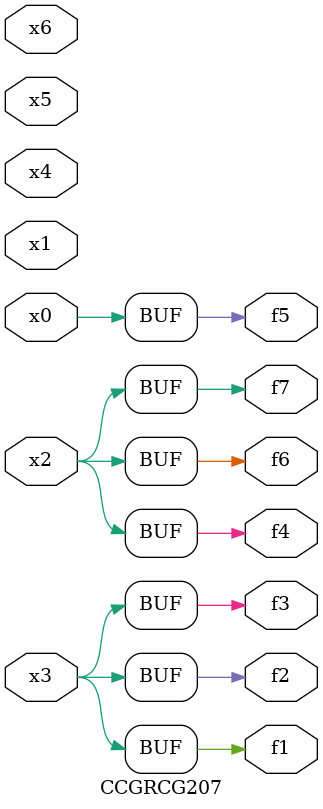
<source format=v>
module CCGRCG207(
	input x0, x1, x2, x3, x4, x5, x6,
	output f1, f2, f3, f4, f5, f6, f7
);
	assign f1 = x3;
	assign f2 = x3;
	assign f3 = x3;
	assign f4 = x2;
	assign f5 = x0;
	assign f6 = x2;
	assign f7 = x2;
endmodule

</source>
